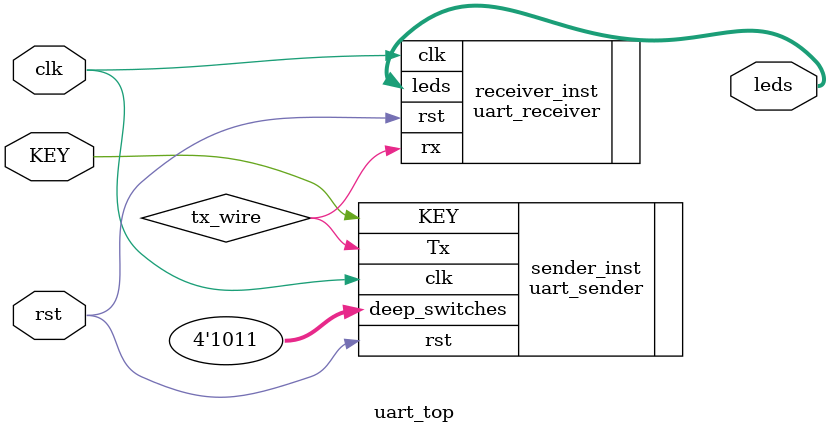
<source format=v>
module uart_top(
    input  wire       clk,           // 96kHz clock input (for test; replace with 50MHz for FPGA)
    input  wire       rst,           // Active-high reset
    //input  wire [3:0] deep_switches, // Switches to send
    input  wire       KEY,           // Button to trigger transmission
    output wire [3:0] leds           // Output LEDs from received data
);

    wire tx_wire;

    // Instantiate UART Sender
    uart_sender sender_inst (
        .rst(rst),
        .clk(clk),
        .deep_switches(4'b1011),
        .KEY(KEY),
        .Tx(tx_wire)
    );

    // Instantiate UART Receiver
    uart_receiver receiver_inst (
        .clk(clk),
        .rst(rst),
        .rx(tx_wire),
        .leds(leds)
    );

endmodule

</source>
